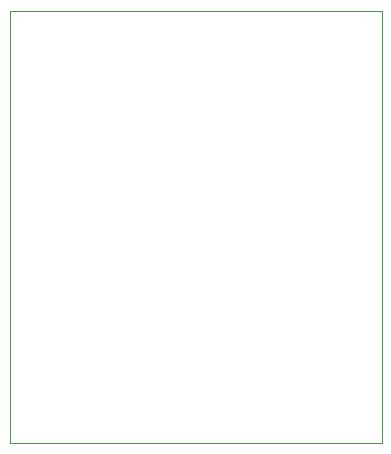
<source format=gko>
%FSLAX44Y44*%
%MOMM*%
G71*
G01*
G75*
G04 Layer_Color=16711935*
%ADD10C,0.2540*%
G04:AMPARAMS|DCode=11|XSize=1.27mm|YSize=0.3556mm|CornerRadius=0.0356mm|HoleSize=0mm|Usage=FLASHONLY|Rotation=270.000|XOffset=0mm|YOffset=0mm|HoleType=Round|Shape=RoundedRectangle|*
%AMROUNDEDRECTD11*
21,1,1.2700,0.2845,0,0,270.0*
21,1,1.1989,0.3556,0,0,270.0*
1,1,0.0711,-0.1422,-0.5994*
1,1,0.0711,-0.1422,0.5994*
1,1,0.0711,0.1422,0.5994*
1,1,0.0711,0.1422,-0.5994*
%
%ADD11ROUNDEDRECTD11*%
G04:AMPARAMS|DCode=12|XSize=0.3556mm|YSize=1.27mm|CornerRadius=0.0356mm|HoleSize=0mm|Usage=FLASHONLY|Rotation=270.000|XOffset=0mm|YOffset=0mm|HoleType=Round|Shape=RoundedRectangle|*
%AMROUNDEDRECTD12*
21,1,0.3556,1.1989,0,0,270.0*
21,1,0.2845,1.2700,0,0,270.0*
1,1,0.0711,-0.5994,-0.1422*
1,1,0.0711,-0.5994,0.1422*
1,1,0.0711,0.5994,0.1422*
1,1,0.0711,0.5994,-0.1422*
%
%ADD12ROUNDEDRECTD12*%
G04:AMPARAMS|DCode=13|XSize=3.302mm|YSize=3.302mm|CornerRadius=0.3302mm|HoleSize=0mm|Usage=FLASHONLY|Rotation=270.000|XOffset=0mm|YOffset=0mm|HoleType=Round|Shape=RoundedRectangle|*
%AMROUNDEDRECTD13*
21,1,3.3020,2.6416,0,0,270.0*
21,1,2.6416,3.3020,0,0,270.0*
1,1,0.6604,-1.3208,-1.3208*
1,1,0.6604,-1.3208,1.3208*
1,1,0.6604,1.3208,1.3208*
1,1,0.6604,1.3208,-1.3208*
%
%ADD13ROUNDEDRECTD13*%
%ADD14R,1.5240X1.3208*%
%ADD15R,2.4130X2.8194*%
%ADD16R,1.8034X1.6002*%
%ADD17R,1.5240X1.5240*%
%ADD18R,1.3208X1.5240*%
%ADD19R,1.5240X1.5240*%
%ADD20R,1.6002X1.8034*%
%ADD21C,0.6096*%
%ADD22C,0.4064*%
%ADD23C,0.3048*%
%ADD24C,0.0864*%
%ADD25C,0.0500*%
%ADD26C,1.2192*%
%ADD27O,3.0480X1.5240*%
%ADD28O,1.5240X3.0480*%
%ADD29C,0.7580*%
%ADD30C,0.8596*%
%ADD31R,0.5080X1.5240*%
%ADD32R,1.5240X0.5080*%
%ADD33C,0.1524*%
%ADD34C,0.1270*%
%ADD35C,0.2032*%
%ADD36R,0.3250X0.4318*%
%ADD37R,0.3302X0.4318*%
%ADD38R,0.3528X0.3556*%
%ADD39R,0.4318X0.3250*%
%ADD40R,0.4318X0.3302*%
%ADD41R,0.3556X0.3528*%
G04:AMPARAMS|DCode=42|XSize=1.42mm|YSize=0.5056mm|CornerRadius=0.1106mm|HoleSize=0mm|Usage=FLASHONLY|Rotation=270.000|XOffset=0mm|YOffset=0mm|HoleType=Round|Shape=RoundedRectangle|*
%AMROUNDEDRECTD42*
21,1,1.4200,0.2845,0,0,270.0*
21,1,1.1989,0.5056,0,0,270.0*
1,1,0.2211,-0.1422,-0.5994*
1,1,0.2211,-0.1422,0.5994*
1,1,0.2211,0.1422,0.5994*
1,1,0.2211,0.1422,-0.5994*
%
%ADD42ROUNDEDRECTD42*%
G04:AMPARAMS|DCode=43|XSize=0.5056mm|YSize=1.42mm|CornerRadius=0.1106mm|HoleSize=0mm|Usage=FLASHONLY|Rotation=270.000|XOffset=0mm|YOffset=0mm|HoleType=Round|Shape=RoundedRectangle|*
%AMROUNDEDRECTD43*
21,1,0.5056,1.1989,0,0,270.0*
21,1,0.2845,1.4200,0,0,270.0*
1,1,0.2211,-0.5994,-0.1422*
1,1,0.2211,-0.5994,0.1422*
1,1,0.2211,0.5994,0.1422*
1,1,0.2211,0.5994,-0.1422*
%
%ADD43ROUNDEDRECTD43*%
G04:AMPARAMS|DCode=44|XSize=3.452mm|YSize=3.452mm|CornerRadius=0.4052mm|HoleSize=0mm|Usage=FLASHONLY|Rotation=270.000|XOffset=0mm|YOffset=0mm|HoleType=Round|Shape=RoundedRectangle|*
%AMROUNDEDRECTD44*
21,1,3.4520,2.6416,0,0,270.0*
21,1,2.6416,3.4520,0,0,270.0*
1,1,0.8104,-1.3208,-1.3208*
1,1,0.8104,-1.3208,1.3208*
1,1,0.8104,1.3208,1.3208*
1,1,0.8104,1.3208,-1.3208*
%
%ADD44ROUNDEDRECTD44*%
%ADD45R,1.6740X1.4708*%
%ADD46R,2.5630X2.9694*%
%ADD47R,1.9534X1.7502*%
%ADD48R,1.6740X1.6740*%
%ADD49R,1.4708X1.6740*%
%ADD50R,1.6740X1.6740*%
%ADD51R,1.7502X1.9534*%
%ADD52C,1.3692*%
%ADD53O,3.1980X1.6740*%
%ADD54O,1.6740X3.1980*%
%ADD55C,0.9080*%
%ADD56C,1.0096*%
%ADD57R,0.6580X1.6740*%
%ADD58R,1.6740X0.6580*%
D25*
X314960Y0D02*
Y365506D01*
X0Y0D02*
Y365506D01*
X314960D01*
X0Y0D02*
X314960D01*
X0D02*
X314960D01*
Y365506D01*
X0D02*
X314960D01*
X0Y0D02*
Y365506D01*
M02*

</source>
